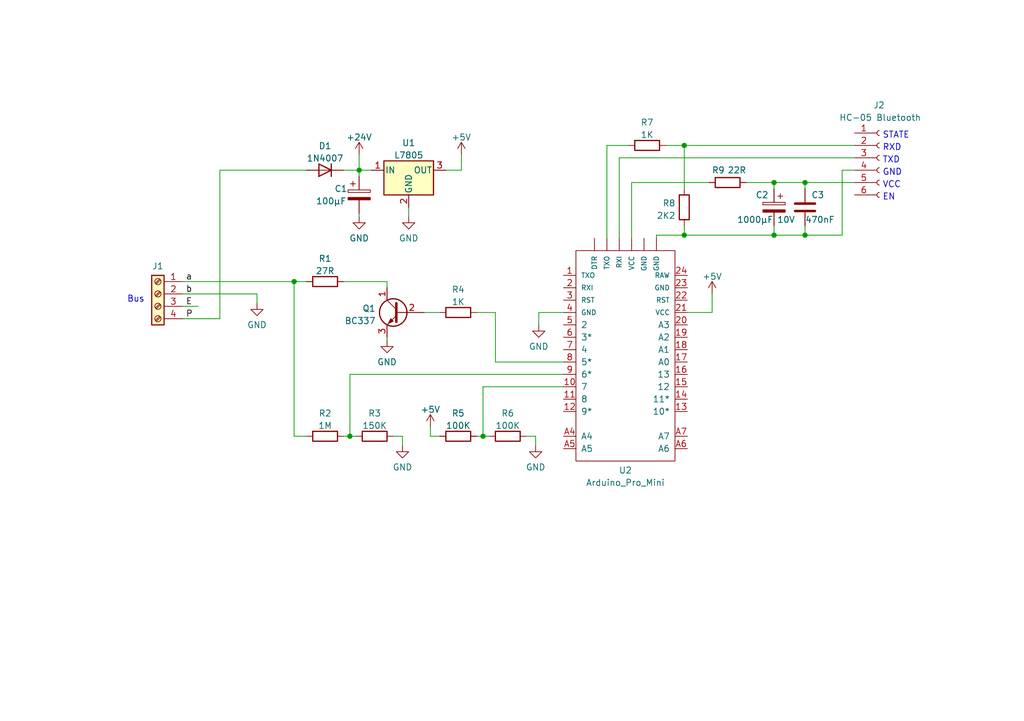
<source format=kicad_sch>
(kicad_sch (version 20211123) (generator eeschema)
  (paper "A5")
  (title_block (title "TCS Intercom Controller") (date "2023-09-22") (company "µF") (comment 1 "www.github.com/microfarad-de/tcs-intercom") (comment 2 "www.microfarad.de") (comment 3 "Please visit:") (comment 4 "Copyright (C) 2023, Karim Hraibi"))
  (lib_symbols
    (symbol "Connector:Conn_01x06_Female" (pin_names (offset 1.016) hide)
      (property "Reference" "J" (at 0 7.62 0))
      (property "Value" "Conn_01x06_Female" (at 0 -10.16 0))
      (symbol "Conn_01x06_Female_1_1"
        (arc (start 0 -7.112) (mid -0.508 -7.62) (end 0 -8.128) (stroke (width 0.1524)))
        (arc (start 0 -4.572) (mid -0.508 -5.08) (end 0 -5.588) (stroke (width 0.1524)))
        (arc (start 0 -2.032) (mid -0.508 -2.54) (end 0 -3.048) (stroke (width 0.1524)))
        (polyline (pts (xy -1.27 -7.62) (xy -0.508 -7.62)) (stroke (width 0.1524)))
        (polyline (pts (xy -1.27 -5.08) (xy -0.508 -5.08)) (stroke (width 0.1524)))
        (polyline (pts (xy -1.27 -2.54) (xy -0.508 -2.54)) (stroke (width 0.1524)))
        (polyline (pts (xy -1.27 0) (xy -0.508 0)) (stroke (width 0.1524)))
        (polyline (pts (xy -1.27 2.54) (xy -0.508 2.54)) (stroke (width 0.1524)))
        (polyline (pts (xy -1.27 5.08) (xy -0.508 5.08)) (stroke (width 0.1524)))
        (arc (start 0 0.508) (mid -0.508 0) (end 0 -0.508) (stroke (width 0.1524)))
        (arc (start 0 3.048) (mid -0.508 2.54) (end 0 2.032) (stroke (width 0.1524)))
        (arc (start 0 5.588) (mid -0.508 5.08) (end 0 4.572) (stroke (width 0.1524)))
        (pin passive line (at -5.08 5.08 0) (length 3.81) (name "Pin_1") (number "1"))
        (pin passive line (at -5.08 2.54 0) (length 3.81) (name "Pin_2") (number "2"))
        (pin passive line (at -5.08 0 0) (length 3.81) (name "Pin_3") (number "3"))
        (pin passive line (at -5.08 -2.54 0) (length 3.81) (name "Pin_4") (number "4"))
        (pin passive line (at -5.08 -5.08 0) (length 3.81) (name "Pin_5") (number "5"))
        (pin passive line (at -5.08 -7.62 0) (length 3.81) (name "Pin_6") (number "6"))
      )
    )
    (symbol "Connector:Screw_Terminal_01x04" (pin_names (offset 1.016) hide)
      (property "Reference" "J" (at 0 5.08 0))
      (property "Value" "Screw_Terminal_01x04" (at 0 -7.62 0))
      (symbol "Screw_Terminal_01x04_1_1"
        (rectangle (start -1.27 3.81) (end 1.27 -6.35) (stroke (width 0.254)) (fill (type background)))
        (circle (center 0 -5.08) (radius 0.635) (stroke (width 0.1524)))
        (circle (center 0 -2.54) (radius 0.635) (stroke (width 0.1524)))
        (polyline (pts (xy -0.5334 -4.7498) (xy 0.3302 -5.588)) (stroke (width 0.1524)))
        (polyline (pts (xy -0.5334 -2.2098) (xy 0.3302 -3.048)) (stroke (width 0.1524)))
        (polyline (pts (xy -0.5334 0.3302) (xy 0.3302 -0.508)) (stroke (width 0.1524)))
        (polyline (pts (xy -0.5334 2.8702) (xy 0.3302 2.032)) (stroke (width 0.1524)))
        (polyline (pts (xy -0.3556 -4.572) (xy 0.508 -5.4102)) (stroke (width 0.1524)))
        (polyline (pts (xy -0.3556 -2.032) (xy 0.508 -2.8702)) (stroke (width 0.1524)))
        (polyline (pts (xy -0.3556 0.508) (xy 0.508 -0.3302)) (stroke (width 0.1524)))
        (polyline (pts (xy -0.3556 3.048) (xy 0.508 2.2098)) (stroke (width 0.1524)))
        (circle (center 0 0) (radius 0.635) (stroke (width 0.1524)))
        (circle (center 0 2.54) (radius 0.635) (stroke (width 0.1524)))
        (pin passive line (at -5.08 2.54 0) (length 3.81) (name "Pin_1") (number "1"))
        (pin passive line (at -5.08 0 0) (length 3.81) (name "Pin_2") (number "2"))
        (pin passive line (at -5.08 -2.54 0) (length 3.81) (name "Pin_3") (number "3"))
        (pin passive line (at -5.08 -5.08 0) (length 3.81) (name "Pin_4") (number "4"))
      )
    )
    (symbol "Device:C" (pin_numbers hide) (pin_names (offset 0.254))
      (property "Reference" "C" (at 0.635 2.54 0))
      (property "Value" "C" (at 0.635 -2.54 0))
      (symbol "C_0_1"
        (polyline (pts (xy -2.032 -0.762) (xy 2.032 -0.762)) (stroke (width 0.508)))
        (polyline (pts (xy -2.032 0.762) (xy 2.032 0.762)) (stroke (width 0.508)))
      )
      (symbol "C_1_1"
        (pin passive line (at 0 3.81 270) (length 2.794) (name "~") (number "1"))
        (pin passive line (at 0 -3.81 90) (length 2.794) (name "~") (number "2"))
      )
    )
    (symbol "Device:C_Polarized" (pin_numbers hide) (pin_names (offset 0.254))
      (property "Reference" "C" (at 0.635 2.54 0))
      (property "Value" "C_Polarized" (at 0.635 -2.54 0))
      (symbol "C_Polarized_0_1"
        (rectangle (start -2.286 0.508) (end 2.286 1.016))
        (polyline (pts (xy -1.778 2.286) (xy -0.762 2.286)))
        (polyline (pts (xy -1.27 2.794) (xy -1.27 1.778)))
        (rectangle (start 2.286 -0.508) (end -2.286 -1.016) (fill (type outline)))
      )
      (symbol "C_Polarized_1_1"
        (pin passive line (at 0 3.81 270) (length 2.794) (name "~") (number "1"))
        (pin passive line (at 0 -3.81 90) (length 2.794) (name "~") (number "2"))
      )
    )
    (symbol "Device:R" (pin_numbers hide) (pin_names (offset 0))
      (property "Reference" "R" (at 2.032 0 90))
      (property "Value" "R" (at 0 0 90))
      (symbol "R_0_1"
        (rectangle (start -1.016 -2.54) (end 1.016 2.54) (stroke (width 0.254)))
      )
      (symbol "R_1_1"
        (pin passive line (at 0 3.81 270) (length 1.27) (name "~") (number "1"))
        (pin passive line (at 0 -3.81 90) (length 1.27) (name "~") (number "2"))
      )
    )
    (symbol "Diode:1N4007" (pin_numbers hide) (pin_names (offset 1.016) hide)
      (property "Reference" "D" (at 0 2.54 0))
      (property "Value" "1N4007" (at 0 -2.54 0))
      (symbol "1N4007_0_1"
        (polyline (pts (xy -1.27 1.27) (xy -1.27 -1.27)) (stroke (width 0.254)))
        (polyline (pts (xy 1.27 0) (xy -1.27 0)))
        (polyline (pts (xy 1.27 1.27) (xy 1.27 -1.27) (xy -1.27 0) (xy 1.27 1.27)) (stroke (width 0.254)))
      )
      (symbol "1N4007_1_1"
        (pin passive line (at -3.81 0 0) (length 2.54) (name "K") (number "1"))
        (pin passive line (at 3.81 0 180) (length 2.54) (name "A") (number "2"))
      )
    )
    (symbol "Regulator_Linear:L7805" (pin_names (offset 0.254))
      (property "Reference" "U" (at -3.81 3.175 0))
      (property "Value" "L7805" (at 0 3.175 0))
      (symbol "L7805_0_1"
        (rectangle (start -5.08 1.905) (end 5.08 -5.08) (stroke (width 0.254)) (fill (type background)))
      )
      (symbol "L7805_1_1"
        (pin power_in line (at -7.62 0 0) (length 2.54) (name "IN") (number "1"))
        (pin power_in line (at 0 -7.62 90) (length 2.54) (name "GND") (number "2"))
        (pin power_out line (at 7.62 0 180) (length 2.54) (name "OUT") (number "3"))
      )
    )
    (symbol "Transistor_BJT:BC337" (pin_names (offset 0) hide)
      (property "Reference" "Q" (at 5.08 1.905 0))
      (property "Value" "BC337" (at 5.08 0 0))
      (symbol "BC337_0_1"
        (polyline (pts (xy 0 0) (xy 0.635 0)))
        (polyline (pts (xy 0.635 0.635) (xy 2.54 2.54)))
        (polyline (pts (xy 0.635 -0.635) (xy 2.54 -2.54) (xy 2.54 -2.54)))
        (polyline (pts (xy 0.635 1.905) (xy 0.635 -1.905) (xy 0.635 -1.905)) (stroke (width 0.508)))
        (polyline (pts (xy 1.27 -1.778) (xy 1.778 -1.27) (xy 2.286 -2.286) (xy 1.27 -1.778) (xy 1.27 -1.778)) (fill (type outline)))
        (circle (center 1.27 0) (radius 2.8194) (stroke (width 0.254)))
      )
      (symbol "BC337_1_1"
        (pin passive line (at 2.54 5.08 270) (length 2.54) (name "C") (number "1"))
        (pin input line (at -5.08 0 0) (length 5.08) (name "B") (number "2"))
        (pin passive line (at 2.54 -5.08 90) (length 2.54) (name "E") (number "3"))
      )
    )
    (symbol "microfarad-de:Arduino_Pro_Mini" (pin_names (offset 1.016))
      (property "Reference" "U" (at 0 -10.16 0))
      (property "Value" "Arduino_Pro_Mini" (at 0 -12.7 0))
      (symbol "Arduino_Pro_Mini_0_1"
        (rectangle (start -10.16 22.86) (end 10.16 -20.32))
      )
      (symbol "Arduino_Pro_Mini_1_1"
        (pin output line (at -6.35 25.4 270) (length 2.54) (name "DTR") (number ""))
        (pin power_out line (at 3.81 25.4 270) (length 2.54) (name "GND") (number ""))
        (pin power_out line (at 6.35 25.4 270) (length 2.54) (name "GND") (number ""))
        (pin input line (at -1.27 25.4 270) (length 2.54) (name "RXI") (number ""))
        (pin output line (at -3.81 25.4 270) (length 2.54) (name "TXO") (number ""))
        (pin power_out line (at 1.27 25.4 270) (length 2.54) (name "VCC") (number ""))
        (pin bidirectional line (at -12.7 17.78 0) (length 2.54) (name "TXO") (number "1"))
        (pin bidirectional line (at -12.7 -5.08 0) (length 2.54) (name "7") (number "10"))
        (pin bidirectional line (at -12.7 -7.62 0) (length 2.54) (name "8") (number "11"))
        (pin bidirectional line (at -12.7 -10.16 0) (length 2.54) (name "9*") (number "12"))
        (pin bidirectional line (at 12.7 -10.16 180) (length 2.54) (name "10*") (number "13"))
        (pin bidirectional line (at 12.7 -7.62 180) (length 2.54) (name "11*") (number "14"))
        (pin bidirectional line (at 12.7 -5.08 180) (length 2.54) (name "12") (number "15"))
        (pin bidirectional line (at 12.7 -2.54 180) (length 2.54) (name "13") (number "16"))
        (pin bidirectional line (at 12.7 0 180) (length 2.54) (name "A0") (number "17"))
        (pin bidirectional line (at 12.7 2.54 180) (length 2.54) (name "A1") (number "18"))
        (pin bidirectional line (at 12.7 5.08 180) (length 2.54) (name "A2") (number "19"))
        (pin bidirectional line (at -12.7 15.24 0) (length 2.54) (name "RXI") (number "2"))
        (pin bidirectional line (at 12.7 7.62 180) (length 2.54) (name "A3") (number "20"))
        (pin power_in line (at 12.7 10.16 180) (length 2.54) (name "VCC") (number "21"))
        (pin input line (at 12.7 12.7 180) (length 2.54) (name "RST") (number "22"))
        (pin power_in line (at 12.7 15.24 180) (length 2.54) (name "GND") (number "23"))
        (pin power_in line (at 12.7 17.78 180) (length 2.54) (name "RAW") (number "24"))
        (pin input line (at -12.7 12.7 0) (length 2.54) (name "RST") (number "3"))
        (pin power_in line (at -12.7 10.16 0) (length 2.54) (name "GND") (number "4"))
        (pin bidirectional line (at -12.7 7.62 0) (length 2.54) (name "2") (number "5"))
        (pin bidirectional line (at -12.7 5.08 0) (length 2.54) (name "3*") (number "6"))
        (pin bidirectional line (at -12.7 2.54 0) (length 2.54) (name "4") (number "7"))
        (pin bidirectional line (at -12.7 0 0) (length 2.54) (name "5*") (number "8"))
        (pin bidirectional line (at -12.7 -2.54 0) (length 2.54) (name "6*") (number "9"))
        (pin bidirectional line (at -12.7 -15.24 0) (length 2.54) (name "A4") (number "A4"))
        (pin bidirectional line (at -12.7 -17.78 0) (length 2.54) (name "A5") (number "A5"))
        (pin bidirectional line (at 12.7 -17.78 180) (length 2.54) (name "A6") (number "A6"))
        (pin bidirectional line (at 12.7 -15.24 180) (length 2.54) (name "A7") (number "A7"))
      )
    )
    (symbol "power:+24V" (power) (pin_names (offset 0))
      (property "Value" "+24V" (at 0 3.556 0))
      (symbol "+24V_0_1"
        (polyline (pts (xy -0.762 1.27) (xy 0 2.54)))
        (polyline (pts (xy 0 0) (xy 0 2.54)))
        (polyline (pts (xy 0 2.54) (xy 0.762 1.27)))
      )
      (symbol "+24V_1_1"
        (pin power_in line (at 0 0 90) (length 0) hide (name "+24V") (number "1"))
      )
    )
    (symbol "power:+5V" (power) (pin_names (offset 0))
      (property "Value" "+5V" (at 0 3.556 0))
      (symbol "+5V_0_1"
        (polyline (pts (xy -0.762 1.27) (xy 0 2.54)))
        (polyline (pts (xy 0 0) (xy 0 2.54)))
        (polyline (pts (xy 0 2.54) (xy 0.762 1.27)))
      )
      (symbol "+5V_1_1"
        (pin power_in line (at 0 0 90) (length 0) hide (name "+5V") (number "1"))
      )
    )
    (symbol "power:GND" (power) (pin_names (offset 0))
      (property "Value" "GND" (at 0 -3.81 0))
      (symbol "GND_0_1"
        (polyline (pts (xy 0 0) (xy 0 -1.27) (xy 1.27 -1.27) (xy 0 -2.54) (xy -1.27 -1.27) (xy 0 -1.27)))
      )
      (symbol "GND_1_1"
        (pin power_in line (at 0 0 270) (length 0) hide (name "GND") (number "1"))
      )
    )
  )
  (junction (at 158.75 48.26))
  (junction (at 140.335 29.845))
  (junction (at 71.755 89.535))
  (junction (at 165.1 37.465))
  (junction (at 60.325 57.785))
  (junction (at 140.335 48.26))
  (junction (at 158.75 37.465))
  (junction (at 73.66 34.925))
  (junction (at 165.1 48.26))
  (junction (at 99.06 89.535))
  (wire (pts (xy 172.72 34.925) (xy 175.26 34.925)))
  (wire (pts (xy 79.375 57.785) (xy 79.375 59.055)))
  (wire (pts (xy 140.335 48.26) (xy 134.62 48.26)))
  (wire (pts (xy 140.97 64.135) (xy 146.05 64.135)))
  (wire (pts (xy 158.75 37.465) (xy 165.1 37.465)))
  (wire (pts (xy 110.49 66.675) (xy 110.49 64.135)))
  (wire (pts (xy 60.325 89.535) (xy 62.865 89.535)))
  (wire (pts (xy 129.54 37.465) (xy 145.415 37.465)))
  (wire (pts (xy 45.085 65.405) (xy 45.085 34.925)))
  (wire (pts (xy 134.62 48.26) (xy 134.62 48.895)))
  (wire (pts (xy 52.705 60.325) (xy 52.705 62.23)))
  (wire (pts (xy 70.485 34.925) (xy 73.66 34.925)))
  (wire (pts (xy 140.335 29.845) (xy 175.26 29.845)))
  (wire (pts (xy 99.06 79.375) (xy 99.06 89.535)))
  (wire (pts (xy 73.66 34.925) (xy 76.2 34.925)))
  (wire (pts (xy 124.46 29.845) (xy 128.905 29.845)))
  (wire (pts (xy 165.1 48.26) (xy 165.1 46.355)))
  (wire (pts (xy 165.1 48.26) (xy 158.75 48.26)))
  (wire (pts (xy 172.72 48.26) (xy 165.1 48.26)))
  (wire (pts (xy 86.995 64.135) (xy 90.17 64.135)))
  (wire (pts (xy 109.855 89.535) (xy 109.855 91.44)))
  (wire (pts (xy 80.645 89.535) (xy 82.55 89.535)))
  (wire (pts (xy 153.035 37.465) (xy 158.75 37.465)))
  (wire (pts (xy 140.335 46.355) (xy 140.335 48.26)))
  (wire (pts (xy 165.1 37.465) (xy 165.1 38.735)))
  (wire (pts (xy 60.325 57.785) (xy 60.325 89.535)))
  (wire (pts (xy 82.55 89.535) (xy 82.55 91.44)))
  (wire (pts (xy 136.525 29.845) (xy 140.335 29.845)))
  (wire (pts (xy 37.465 65.405) (xy 45.085 65.405)))
  (wire (pts (xy 101.6 64.135) (xy 101.6 74.295)))
  (wire (pts (xy 45.085 34.925) (xy 62.865 34.925)))
  (wire (pts (xy 127 32.385) (xy 127 48.895)))
  (wire (pts (xy 88.265 87.63) (xy 88.265 89.535)))
  (wire (pts (xy 172.72 34.925) (xy 172.72 48.26)))
  (wire (pts (xy 115.57 79.375) (xy 99.06 79.375)))
  (wire (pts (xy 124.46 29.845) (xy 124.46 48.895)))
  (wire (pts (xy 129.54 37.465) (xy 129.54 48.895)))
  (wire (pts (xy 71.755 89.535) (xy 71.755 76.835)))
  (wire (pts (xy 158.75 37.465) (xy 158.75 38.735)))
  (wire (pts (xy 70.485 57.785) (xy 79.375 57.785)))
  (wire (pts (xy 37.465 57.785) (xy 60.325 57.785)))
  (wire (pts (xy 101.6 74.295) (xy 115.57 74.295)))
  (wire (pts (xy 146.05 64.135) (xy 146.05 60.325)))
  (wire (pts (xy 94.615 31.75) (xy 94.615 34.925)))
  (wire (pts (xy 71.755 89.535) (xy 73.025 89.535)))
  (wire (pts (xy 91.44 34.925) (xy 94.615 34.925)))
  (wire (pts (xy 97.79 89.535) (xy 99.06 89.535)))
  (wire (pts (xy 165.1 37.465) (xy 175.26 37.465)))
  (wire (pts (xy 175.26 32.385) (xy 127 32.385)))
  (wire (pts (xy 37.465 60.325) (xy 52.705 60.325)))
  (wire (pts (xy 158.75 48.26) (xy 158.75 46.355)))
  (wire (pts (xy 83.82 42.545) (xy 83.82 44.45)))
  (wire (pts (xy 73.66 31.75) (xy 73.66 34.925)))
  (wire (pts (xy 140.335 29.845) (xy 140.335 38.735)))
  (wire (pts (xy 140.335 48.26) (xy 158.75 48.26)))
  (wire (pts (xy 73.66 36.195) (xy 73.66 34.925)))
  (wire (pts (xy 79.375 69.215) (xy 79.375 69.85)))
  (wire (pts (xy 110.49 64.135) (xy 115.57 64.135)))
  (wire (pts (xy 71.755 76.835) (xy 115.57 76.835)))
  (wire (pts (xy 70.485 89.535) (xy 71.755 89.535)))
  (wire (pts (xy 97.79 64.135) (xy 101.6 64.135)))
  (wire (pts (xy 107.95 89.535) (xy 109.855 89.535)))
  (wire (pts (xy 88.265 89.535) (xy 90.17 89.535)))
  (wire (pts (xy 60.325 57.785) (xy 62.865 57.785)))
  (wire (pts (xy 99.06 89.535) (xy 100.33 89.535)))
  (wire (pts (xy 37.465 62.865) (xy 40.64 62.865)))
  (wire (pts (xy 73.66 43.815) (xy 73.66 44.45)))
  (text "GND" (at 180.975 36.195 0) (effects (font (size 1.27 1.27)) (justify left bottom)))
  (text "Bus" (at 26.035 62.23 0) (effects (font (size 1.27 1.27)) (justify left bottom)))
  (text "TXD" (at 180.975 33.655 0) (effects (font (size 1.27 1.27)) (justify left bottom)))
  (text "RXD" (at 180.975 31.115 0) (effects (font (size 1.27 1.27)) (justify left bottom)))
  (text "VCC" (at 180.975 38.735 0) (effects (font (size 1.27 1.27)) (justify left bottom)))
  (text "EN" (at 180.975 41.275 0) (effects (font (size 1.27 1.27)) (justify left bottom)))
  (text "STATE" (at 180.975 28.575 0) (effects (font (size 1.27 1.27)) (justify left bottom)))
  (label "b" (at 38.1 60.325 0))
  (label "E" (at 38.1 62.865 0))
  (label "a" (at 38.1 57.785 0))
  (label "P" (at 38.1 65.405 0))
  (symbol (lib_id "power:+5V") (at 146.05 60.325 0) (unit 1)
    (property "Reference" "#PWR011" (effects hide))
    (property "Value" "+5V" (at 146.05 56.7492 0))
  )
  (symbol (lib_id "Device:R") (at 140.335 42.545 0) (mirror x) (unit 1)
    (property "Reference" "R8" (at 138.557 41.7103 0) (effects (justify right)))
    (property "Value" "2K2" (at 138.557 44.2472 0) (effects (justify right)))
  )
  (symbol (lib_id "Device:C") (at 165.1 42.545 0) (unit 1)
    (property "Reference" "C3" (at 166.37 40.005 0) (effects (justify left)))
    (property "Value" "470nF" (at 165.1 45.085 0) (effects (justify left)))
  )
  (symbol (lib_id "power:+24V") (at 73.66 31.75 0) (unit 1)
    (property "Reference" "#PWR02" (effects hide))
    (property "Value" "+24V" (at 73.66 28.1742 0))
  )
  (symbol (lib_id "Device:R") (at 66.675 57.785 90) (unit 1)
    (property "Reference" "R1" (at 66.675 53.0692 90))
    (property "Value" "27R" (at 66.675 55.6061 90))
  )
  (symbol (lib_id "power:+5V") (at 88.265 87.63 0) (unit 1)
    (property "Reference" "#PWR07" (effects hide))
    (property "Value" "+5V" (at 88.265 84.0542 0))
  )
  (symbol (lib_id "power:+5V") (at 94.615 31.75 0) (unit 1)
    (property "Reference" "#PWR08" (effects hide))
    (property "Value" "+5V" (at 94.615 28.1742 0))
  )
  (symbol (lib_id "power:GND") (at 83.82 44.45 0) (unit 1)
    (property "Reference" "#PWR06" (effects hide))
    (property "Value" "GND" (at 83.82 48.8934 0))
  )
  (symbol (lib_id "Device:C_Polarized") (at 73.66 40.005 0) (unit 1)
    (property "Reference" "C1" (at 68.58 38.735 0) (effects (justify left)))
    (property "Value" "100µF" (at 64.77 41.275 0) (effects (justify left)))
  )
  (symbol (lib_id "power:GND") (at 79.375 69.85 0) (unit 1)
    (property "Reference" "#PWR04" (effects hide))
    (property "Value" "GND" (at 79.375 74.2934 0))
  )
  (symbol (lib_id "Device:R") (at 104.14 89.535 90) (unit 1)
    (property "Reference" "R6" (at 104.14 84.8192 90))
    (property "Value" "100K" (at 104.14 87.3561 90))
  )
  (symbol (lib_id "Device:R") (at 93.98 64.135 90) (unit 1)
    (property "Reference" "R4" (at 93.98 59.4192 90))
    (property "Value" "1K" (at 93.98 61.9561 90))
  )
  (symbol (lib_id "power:GND") (at 73.66 44.45 0) (unit 1)
    (property "Reference" "#PWR03" (effects hide))
    (property "Value" "GND" (at 73.66 48.8934 0))
  )
  (symbol (lib_id "Connector:Conn_01x06_Female") (at 180.34 32.385 0) (unit 1)
    (property "Reference" "J2" (at 179.07 21.59 0) (effects (justify left)))
    (property "Value" "HC-05 Bluetooth" (at 172.085 24.13 0) (effects (justify left)))
  )
  (symbol (lib_id "power:GND") (at 52.705 62.23 0) (unit 1)
    (property "Reference" "#PWR01" (effects hide))
    (property "Value" "GND" (at 52.705 66.6734 0))
  )
  (symbol (lib_id "Device:C_Polarized") (at 158.75 42.545 0) (mirror y) (unit 1)
    (property "Reference" "C2" (at 154.94 40.005 0) (effects (justify right)))
    (property "Value" "1000µF 10V" (at 151.13 45.085 0) (effects (justify right)))
  )
  (symbol (lib_id "power:GND") (at 109.855 91.44 0) (unit 1)
    (property "Reference" "#PWR09" (effects hide))
    (property "Value" "GND" (at 109.855 95.8834 0))
  )
  (symbol (lib_id "Diode:1N4007") (at 66.675 34.925 180) (unit 1)
    (property "Reference" "D1" (at 66.675 29.9552 0))
    (property "Value" "1N4007" (at 66.675 32.4921 0))
    (property "Footprint" "Diode_THT:D_DO-41_SOD81_P10.16mm_Horizontal" (effects hide))
    (property "Datasheet" "http://www.vishay.com/docs/88503/1n4001.pdf" (effects hide))
  )
  (symbol (lib_id "Device:R") (at 66.675 89.535 90) (unit 1)
    (property "Reference" "R2" (at 66.675 84.8192 90))
    (property "Value" "1M" (at 66.675 87.3561 90))
  )
  (symbol (lib_id "microfarad-de:Arduino_Pro_Mini") (at 128.27 74.295 0) (unit 1)
    (property "Reference" "U2" (at 128.27 96.5184 0))
    (property "Value" "Arduino_Pro_Mini" (at 128.27 99.0553 0))
  )
  (symbol (lib_id "Device:R") (at 149.225 37.465 90) (unit 1)
    (property "Reference" "R9" (at 147.32 34.925 90))
    (property "Value" "22R" (at 151.13 34.925 90))
  )
  (symbol (lib_id "power:GND") (at 82.55 91.44 0) (unit 1)
    (property "Reference" "#PWR05" (effects hide))
    (property "Value" "GND" (at 82.55 95.8834 0))
  )
  (symbol (lib_id "Transistor_BJT:BC337") (at 81.915 64.135 0) (mirror y) (unit 1)
    (property "Reference" "Q1" (at 77.0636 63.3003 0) (effects (justify left)))
    (property "Value" "BC337" (at 77.0636 65.8372 0) (effects (justify left)))
    (property "Footprint" "Package_TO_SOT_THT:TO-92_Inline" (effects hide))
    (property "Datasheet" "https://diotec.com/tl_files/diotec/files/pdf/datasheets/bc337.pdf" (effects hide))
  )
  (symbol (lib_id "power:GND") (at 110.49 66.675 0) (unit 1)
    (property "Reference" "#PWR010" (effects hide))
    (property "Value" "GND" (at 110.49 71.1184 0))
  )
  (symbol (lib_id "Connector:Screw_Terminal_01x04") (at 32.385 60.325 0) (mirror y) (unit 1)
    (property "Reference" "J1" (at 32.385 54.61 0))
    (property "Value" "Screw_Terminal_01x04" (effects hide))
  )
  (symbol (lib_id "Device:R") (at 132.715 29.845 270) (mirror x) (unit 1)
    (property "Reference" "R7" (at 132.715 25.1292 90))
    (property "Value" "1K" (at 132.715 27.6661 90))
  )
  (symbol (lib_id "Device:R") (at 93.98 89.535 90) (unit 1)
    (property "Reference" "R5" (at 93.98 84.8192 90))
    (property "Value" "100K" (at 93.98 87.3561 90))
  )
  (symbol (lib_id "Device:R") (at 76.835 89.535 90) (unit 1)
    (property "Reference" "R3" (at 76.835 84.8192 90))
    (property "Value" "150K" (at 76.835 87.3561 90))
  )
  (symbol (lib_id "Regulator_Linear:L7805") (at 83.82 34.925 0) (unit 1)
    (property "Reference" "U1" (at 83.82 29.3202 0))
    (property "Value" "L7805" (at 83.82 31.8571 0))
    (property "Datasheet" "http://www.st.com/content/ccc/resource/technical/document/datasheet/41/4f/b3/b0/12/d4/47/88/CD00000444.pdf/files/CD00000444.pdf/jcr:content/translations/en.CD00000444.pdf" (effects hide))
  )
)
</source>
